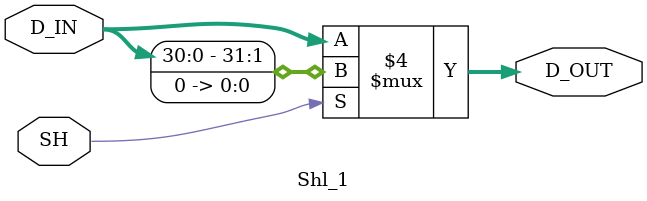
<source format=v>
`timescale 1 ns/1 ns

module Shl_1(SH, D_IN, D_OUT);
	input  SH;
	input  [31:0] D_IN;
	output [31:0] D_OUT;
	reg    [31:0] D_OUT;

	// CombLogic
	always @(SH, D_IN) begin
		if(SH == 1'b1)
			D_OUT <= {D_IN[30:0], 1'b0};
		else
			D_OUT <= D_IN;
	end
endmodule
</source>
